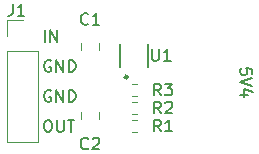
<source format=gbr>
%TF.GenerationSoftware,KiCad,Pcbnew,7.0.5*%
%TF.CreationDate,2023-06-08T09:16:16-06:00*%
%TF.ProjectId,VoltageRegulator,566f6c74-6167-4655-9265-67756c61746f,rev?*%
%TF.SameCoordinates,Original*%
%TF.FileFunction,Legend,Top*%
%TF.FilePolarity,Positive*%
%FSLAX46Y46*%
G04 Gerber Fmt 4.6, Leading zero omitted, Abs format (unit mm)*
G04 Created by KiCad (PCBNEW 7.0.5) date 2023-06-08 09:16:16*
%MOMM*%
%LPD*%
G01*
G04 APERTURE LIST*
%ADD10C,0.150000*%
%ADD11C,0.120000*%
%ADD12C,0.250000*%
G04 APERTURE END LIST*
D10*
X134464588Y-96707438D02*
X134369350Y-96659819D01*
X134369350Y-96659819D02*
X134226493Y-96659819D01*
X134226493Y-96659819D02*
X134083636Y-96707438D01*
X134083636Y-96707438D02*
X133988398Y-96802676D01*
X133988398Y-96802676D02*
X133940779Y-96897914D01*
X133940779Y-96897914D02*
X133893160Y-97088390D01*
X133893160Y-97088390D02*
X133893160Y-97231247D01*
X133893160Y-97231247D02*
X133940779Y-97421723D01*
X133940779Y-97421723D02*
X133988398Y-97516961D01*
X133988398Y-97516961D02*
X134083636Y-97612200D01*
X134083636Y-97612200D02*
X134226493Y-97659819D01*
X134226493Y-97659819D02*
X134321731Y-97659819D01*
X134321731Y-97659819D02*
X134464588Y-97612200D01*
X134464588Y-97612200D02*
X134512207Y-97564580D01*
X134512207Y-97564580D02*
X134512207Y-97231247D01*
X134512207Y-97231247D02*
X134321731Y-97231247D01*
X134940779Y-97659819D02*
X134940779Y-96659819D01*
X134940779Y-96659819D02*
X135512207Y-97659819D01*
X135512207Y-97659819D02*
X135512207Y-96659819D01*
X135988398Y-97659819D02*
X135988398Y-96659819D01*
X135988398Y-96659819D02*
X136226493Y-96659819D01*
X136226493Y-96659819D02*
X136369350Y-96707438D01*
X136369350Y-96707438D02*
X136464588Y-96802676D01*
X136464588Y-96802676D02*
X136512207Y-96897914D01*
X136512207Y-96897914D02*
X136559826Y-97088390D01*
X136559826Y-97088390D02*
X136559826Y-97231247D01*
X136559826Y-97231247D02*
X136512207Y-97421723D01*
X136512207Y-97421723D02*
X136464588Y-97516961D01*
X136464588Y-97516961D02*
X136369350Y-97612200D01*
X136369350Y-97612200D02*
X136226493Y-97659819D01*
X136226493Y-97659819D02*
X135988398Y-97659819D01*
X151498180Y-97840969D02*
X151498180Y-97364779D01*
X151498180Y-97364779D02*
X151021990Y-97317160D01*
X151021990Y-97317160D02*
X151069609Y-97364779D01*
X151069609Y-97364779D02*
X151117228Y-97460017D01*
X151117228Y-97460017D02*
X151117228Y-97698112D01*
X151117228Y-97698112D02*
X151069609Y-97793350D01*
X151069609Y-97793350D02*
X151021990Y-97840969D01*
X151021990Y-97840969D02*
X150926752Y-97888588D01*
X150926752Y-97888588D02*
X150688657Y-97888588D01*
X150688657Y-97888588D02*
X150593419Y-97840969D01*
X150593419Y-97840969D02*
X150545800Y-97793350D01*
X150545800Y-97793350D02*
X150498180Y-97698112D01*
X150498180Y-97698112D02*
X150498180Y-97460017D01*
X150498180Y-97460017D02*
X150545800Y-97364779D01*
X150545800Y-97364779D02*
X150593419Y-97317160D01*
X151498180Y-98174303D02*
X150498180Y-98507636D01*
X150498180Y-98507636D02*
X151498180Y-98840969D01*
X151164847Y-99602874D02*
X150498180Y-99602874D01*
X151545800Y-99364779D02*
X150831514Y-99126684D01*
X150831514Y-99126684D02*
X150831514Y-99745731D01*
X134464588Y-99247438D02*
X134369350Y-99199819D01*
X134369350Y-99199819D02*
X134226493Y-99199819D01*
X134226493Y-99199819D02*
X134083636Y-99247438D01*
X134083636Y-99247438D02*
X133988398Y-99342676D01*
X133988398Y-99342676D02*
X133940779Y-99437914D01*
X133940779Y-99437914D02*
X133893160Y-99628390D01*
X133893160Y-99628390D02*
X133893160Y-99771247D01*
X133893160Y-99771247D02*
X133940779Y-99961723D01*
X133940779Y-99961723D02*
X133988398Y-100056961D01*
X133988398Y-100056961D02*
X134083636Y-100152200D01*
X134083636Y-100152200D02*
X134226493Y-100199819D01*
X134226493Y-100199819D02*
X134321731Y-100199819D01*
X134321731Y-100199819D02*
X134464588Y-100152200D01*
X134464588Y-100152200D02*
X134512207Y-100104580D01*
X134512207Y-100104580D02*
X134512207Y-99771247D01*
X134512207Y-99771247D02*
X134321731Y-99771247D01*
X134940779Y-100199819D02*
X134940779Y-99199819D01*
X134940779Y-99199819D02*
X135512207Y-100199819D01*
X135512207Y-100199819D02*
X135512207Y-99199819D01*
X135988398Y-100199819D02*
X135988398Y-99199819D01*
X135988398Y-99199819D02*
X136226493Y-99199819D01*
X136226493Y-99199819D02*
X136369350Y-99247438D01*
X136369350Y-99247438D02*
X136464588Y-99342676D01*
X136464588Y-99342676D02*
X136512207Y-99437914D01*
X136512207Y-99437914D02*
X136559826Y-99628390D01*
X136559826Y-99628390D02*
X136559826Y-99771247D01*
X136559826Y-99771247D02*
X136512207Y-99961723D01*
X136512207Y-99961723D02*
X136464588Y-100056961D01*
X136464588Y-100056961D02*
X136369350Y-100152200D01*
X136369350Y-100152200D02*
X136226493Y-100199819D01*
X136226493Y-100199819D02*
X135988398Y-100199819D01*
X133940779Y-95119819D02*
X133940779Y-94119819D01*
X134416969Y-95119819D02*
X134416969Y-94119819D01*
X134416969Y-94119819D02*
X134988397Y-95119819D01*
X134988397Y-95119819D02*
X134988397Y-94119819D01*
X134131255Y-101739819D02*
X134321731Y-101739819D01*
X134321731Y-101739819D02*
X134416969Y-101787438D01*
X134416969Y-101787438D02*
X134512207Y-101882676D01*
X134512207Y-101882676D02*
X134559826Y-102073152D01*
X134559826Y-102073152D02*
X134559826Y-102406485D01*
X134559826Y-102406485D02*
X134512207Y-102596961D01*
X134512207Y-102596961D02*
X134416969Y-102692200D01*
X134416969Y-102692200D02*
X134321731Y-102739819D01*
X134321731Y-102739819D02*
X134131255Y-102739819D01*
X134131255Y-102739819D02*
X134036017Y-102692200D01*
X134036017Y-102692200D02*
X133940779Y-102596961D01*
X133940779Y-102596961D02*
X133893160Y-102406485D01*
X133893160Y-102406485D02*
X133893160Y-102073152D01*
X133893160Y-102073152D02*
X133940779Y-101882676D01*
X133940779Y-101882676D02*
X134036017Y-101787438D01*
X134036017Y-101787438D02*
X134131255Y-101739819D01*
X134988398Y-101739819D02*
X134988398Y-102549342D01*
X134988398Y-102549342D02*
X135036017Y-102644580D01*
X135036017Y-102644580D02*
X135083636Y-102692200D01*
X135083636Y-102692200D02*
X135178874Y-102739819D01*
X135178874Y-102739819D02*
X135369350Y-102739819D01*
X135369350Y-102739819D02*
X135464588Y-102692200D01*
X135464588Y-102692200D02*
X135512207Y-102644580D01*
X135512207Y-102644580D02*
X135559826Y-102549342D01*
X135559826Y-102549342D02*
X135559826Y-101739819D01*
X135893160Y-101739819D02*
X136464588Y-101739819D01*
X136178874Y-102739819D02*
X136178874Y-101739819D01*
%TO.C,C1*%
X137628333Y-93577580D02*
X137580714Y-93625200D01*
X137580714Y-93625200D02*
X137437857Y-93672819D01*
X137437857Y-93672819D02*
X137342619Y-93672819D01*
X137342619Y-93672819D02*
X137199762Y-93625200D01*
X137199762Y-93625200D02*
X137104524Y-93529961D01*
X137104524Y-93529961D02*
X137056905Y-93434723D01*
X137056905Y-93434723D02*
X137009286Y-93244247D01*
X137009286Y-93244247D02*
X137009286Y-93101390D01*
X137009286Y-93101390D02*
X137056905Y-92910914D01*
X137056905Y-92910914D02*
X137104524Y-92815676D01*
X137104524Y-92815676D02*
X137199762Y-92720438D01*
X137199762Y-92720438D02*
X137342619Y-92672819D01*
X137342619Y-92672819D02*
X137437857Y-92672819D01*
X137437857Y-92672819D02*
X137580714Y-92720438D01*
X137580714Y-92720438D02*
X137628333Y-92768057D01*
X138580714Y-93672819D02*
X138009286Y-93672819D01*
X138295000Y-93672819D02*
X138295000Y-92672819D01*
X138295000Y-92672819D02*
X138199762Y-92815676D01*
X138199762Y-92815676D02*
X138104524Y-92910914D01*
X138104524Y-92910914D02*
X138009286Y-92958533D01*
%TO.C,R2*%
X143788333Y-101165819D02*
X143455000Y-100689628D01*
X143216905Y-101165819D02*
X143216905Y-100165819D01*
X143216905Y-100165819D02*
X143597857Y-100165819D01*
X143597857Y-100165819D02*
X143693095Y-100213438D01*
X143693095Y-100213438D02*
X143740714Y-100261057D01*
X143740714Y-100261057D02*
X143788333Y-100356295D01*
X143788333Y-100356295D02*
X143788333Y-100499152D01*
X143788333Y-100499152D02*
X143740714Y-100594390D01*
X143740714Y-100594390D02*
X143693095Y-100642009D01*
X143693095Y-100642009D02*
X143597857Y-100689628D01*
X143597857Y-100689628D02*
X143216905Y-100689628D01*
X144169286Y-100261057D02*
X144216905Y-100213438D01*
X144216905Y-100213438D02*
X144312143Y-100165819D01*
X144312143Y-100165819D02*
X144550238Y-100165819D01*
X144550238Y-100165819D02*
X144645476Y-100213438D01*
X144645476Y-100213438D02*
X144693095Y-100261057D01*
X144693095Y-100261057D02*
X144740714Y-100356295D01*
X144740714Y-100356295D02*
X144740714Y-100451533D01*
X144740714Y-100451533D02*
X144693095Y-100594390D01*
X144693095Y-100594390D02*
X144121667Y-101165819D01*
X144121667Y-101165819D02*
X144740714Y-101165819D01*
%TO.C,C2*%
X137628333Y-104118580D02*
X137580714Y-104166200D01*
X137580714Y-104166200D02*
X137437857Y-104213819D01*
X137437857Y-104213819D02*
X137342619Y-104213819D01*
X137342619Y-104213819D02*
X137199762Y-104166200D01*
X137199762Y-104166200D02*
X137104524Y-104070961D01*
X137104524Y-104070961D02*
X137056905Y-103975723D01*
X137056905Y-103975723D02*
X137009286Y-103785247D01*
X137009286Y-103785247D02*
X137009286Y-103642390D01*
X137009286Y-103642390D02*
X137056905Y-103451914D01*
X137056905Y-103451914D02*
X137104524Y-103356676D01*
X137104524Y-103356676D02*
X137199762Y-103261438D01*
X137199762Y-103261438D02*
X137342619Y-103213819D01*
X137342619Y-103213819D02*
X137437857Y-103213819D01*
X137437857Y-103213819D02*
X137580714Y-103261438D01*
X137580714Y-103261438D02*
X137628333Y-103309057D01*
X138009286Y-103309057D02*
X138056905Y-103261438D01*
X138056905Y-103261438D02*
X138152143Y-103213819D01*
X138152143Y-103213819D02*
X138390238Y-103213819D01*
X138390238Y-103213819D02*
X138485476Y-103261438D01*
X138485476Y-103261438D02*
X138533095Y-103309057D01*
X138533095Y-103309057D02*
X138580714Y-103404295D01*
X138580714Y-103404295D02*
X138580714Y-103499533D01*
X138580714Y-103499533D02*
X138533095Y-103642390D01*
X138533095Y-103642390D02*
X137961667Y-104213819D01*
X137961667Y-104213819D02*
X138580714Y-104213819D01*
%TO.C,R3*%
X143789333Y-99641819D02*
X143456000Y-99165628D01*
X143217905Y-99641819D02*
X143217905Y-98641819D01*
X143217905Y-98641819D02*
X143598857Y-98641819D01*
X143598857Y-98641819D02*
X143694095Y-98689438D01*
X143694095Y-98689438D02*
X143741714Y-98737057D01*
X143741714Y-98737057D02*
X143789333Y-98832295D01*
X143789333Y-98832295D02*
X143789333Y-98975152D01*
X143789333Y-98975152D02*
X143741714Y-99070390D01*
X143741714Y-99070390D02*
X143694095Y-99118009D01*
X143694095Y-99118009D02*
X143598857Y-99165628D01*
X143598857Y-99165628D02*
X143217905Y-99165628D01*
X144122667Y-98641819D02*
X144741714Y-98641819D01*
X144741714Y-98641819D02*
X144408381Y-99022771D01*
X144408381Y-99022771D02*
X144551238Y-99022771D01*
X144551238Y-99022771D02*
X144646476Y-99070390D01*
X144646476Y-99070390D02*
X144694095Y-99118009D01*
X144694095Y-99118009D02*
X144741714Y-99213247D01*
X144741714Y-99213247D02*
X144741714Y-99451342D01*
X144741714Y-99451342D02*
X144694095Y-99546580D01*
X144694095Y-99546580D02*
X144646476Y-99594200D01*
X144646476Y-99594200D02*
X144551238Y-99641819D01*
X144551238Y-99641819D02*
X144265524Y-99641819D01*
X144265524Y-99641819D02*
X144170286Y-99594200D01*
X144170286Y-99594200D02*
X144122667Y-99546580D01*
%TO.C,U1*%
X143033097Y-95720819D02*
X143033097Y-96530342D01*
X143033097Y-96530342D02*
X143080716Y-96625580D01*
X143080716Y-96625580D02*
X143128335Y-96673200D01*
X143128335Y-96673200D02*
X143223573Y-96720819D01*
X143223573Y-96720819D02*
X143414049Y-96720819D01*
X143414049Y-96720819D02*
X143509287Y-96673200D01*
X143509287Y-96673200D02*
X143556906Y-96625580D01*
X143556906Y-96625580D02*
X143604525Y-96530342D01*
X143604525Y-96530342D02*
X143604525Y-95720819D01*
X144604525Y-96720819D02*
X144033097Y-96720819D01*
X144318811Y-96720819D02*
X144318811Y-95720819D01*
X144318811Y-95720819D02*
X144223573Y-95863676D01*
X144223573Y-95863676D02*
X144128335Y-95958914D01*
X144128335Y-95958914D02*
X144033097Y-96006533D01*
%TO.C,J1*%
X131238666Y-91910819D02*
X131238666Y-92625104D01*
X131238666Y-92625104D02*
X131191047Y-92767961D01*
X131191047Y-92767961D02*
X131095809Y-92863200D01*
X131095809Y-92863200D02*
X130952952Y-92910819D01*
X130952952Y-92910819D02*
X130857714Y-92910819D01*
X132238666Y-92910819D02*
X131667238Y-92910819D01*
X131952952Y-92910819D02*
X131952952Y-91910819D01*
X131952952Y-91910819D02*
X131857714Y-92053676D01*
X131857714Y-92053676D02*
X131762476Y-92148914D01*
X131762476Y-92148914D02*
X131667238Y-92196533D01*
%TO.C,R1*%
X143788333Y-102689819D02*
X143455000Y-102213628D01*
X143216905Y-102689819D02*
X143216905Y-101689819D01*
X143216905Y-101689819D02*
X143597857Y-101689819D01*
X143597857Y-101689819D02*
X143693095Y-101737438D01*
X143693095Y-101737438D02*
X143740714Y-101785057D01*
X143740714Y-101785057D02*
X143788333Y-101880295D01*
X143788333Y-101880295D02*
X143788333Y-102023152D01*
X143788333Y-102023152D02*
X143740714Y-102118390D01*
X143740714Y-102118390D02*
X143693095Y-102166009D01*
X143693095Y-102166009D02*
X143597857Y-102213628D01*
X143597857Y-102213628D02*
X143216905Y-102213628D01*
X144740714Y-102689819D02*
X144169286Y-102689819D01*
X144455000Y-102689819D02*
X144455000Y-101689819D01*
X144455000Y-101689819D02*
X144359762Y-101832676D01*
X144359762Y-101832676D02*
X144264524Y-101927914D01*
X144264524Y-101927914D02*
X144169286Y-101975533D01*
D11*
%TO.C,C1*%
X138530000Y-95242748D02*
X138530000Y-95765252D01*
X137060000Y-95242748D02*
X137060000Y-95765252D01*
%TO.C,R2*%
X141779258Y-101233500D02*
X141304742Y-101233500D01*
X141779258Y-100188500D02*
X141304742Y-100188500D01*
%TO.C,C2*%
X137060000Y-101607252D02*
X137060000Y-101084748D01*
X138530000Y-101607252D02*
X138530000Y-101084748D01*
%TO.C,R3*%
X141304742Y-98664500D02*
X141779258Y-98664500D01*
X141304742Y-99709500D02*
X141779258Y-99709500D01*
D10*
%TO.C,U1*%
X140319002Y-97266001D02*
X140319002Y-95265999D01*
X142669000Y-97266001D02*
X142669000Y-95265999D01*
D12*
X140969001Y-98072067D02*
G75*
G03*
X140969001Y-98072067I-125001J0D01*
G01*
D11*
%TO.C,J1*%
X130750000Y-93295000D02*
X132080000Y-93295000D01*
X130750000Y-94625000D02*
X130750000Y-93295000D01*
X130750000Y-95895000D02*
X130750000Y-103575000D01*
X130750000Y-95895000D02*
X133410000Y-95895000D01*
X130750000Y-103575000D02*
X133410000Y-103575000D01*
X133410000Y-95895000D02*
X133410000Y-103575000D01*
%TO.C,R1*%
X141304742Y-101712500D02*
X141779258Y-101712500D01*
X141304742Y-102757500D02*
X141779258Y-102757500D01*
%TD*%
M02*

</source>
